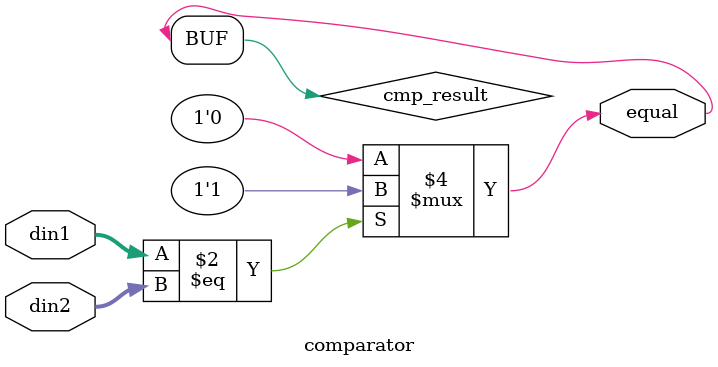
<source format=v>

module comparator(
	// input
	din1, din2,
	// output
	equal
	);

	/********** parameter *********/
	parameter	DATA_WIDTH = 32;

	/********** interface signal *********/
	input	[DATA_WIDTH - 1 : 0]	din1;
	input	[DATA_WIDTH	- 1 : 0]	din2;
	output	equal;

	/********** internal structure *********/
	reg 	cmp_result;

	assign 	equal = cmp_result;

	always @ (*) begin
		if( din1 == din2 )
			cmp_result = 1;
		else
			cmp_result = 0;
	end

endmodule

</source>
